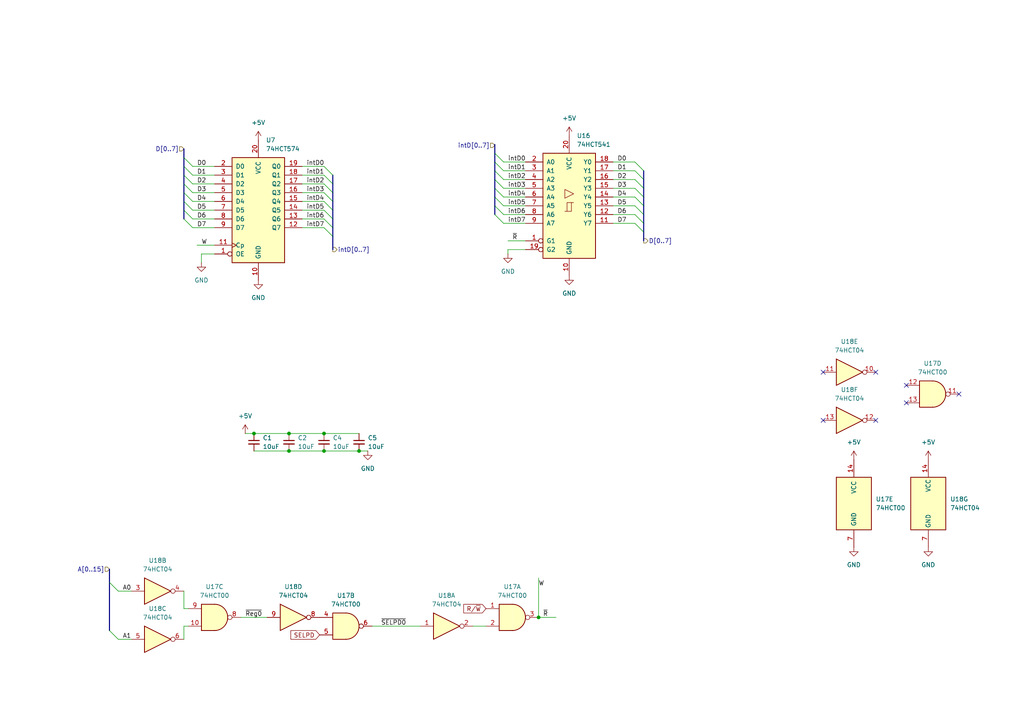
<source format=kicad_sch>
(kicad_sch (version 20231120) (generator "eeschema") (generator_version "8.0")
  (paper "A4")
  (title_block (title "HD6309 Homebrew SBC") (date "2024-04-11") (rev "2.0"))
  (lib_symbols
    (symbol "74xx:74HCT00" (pin_names (offset 1.016))
      (property "Reference" "U" (at 0 1.27 0))
      (property "Value" "74HCT00" (at 0 -1.27 0))
      (symbol "74HCT00_1_1"
        (arc (start 0 -3.81) (mid 3.7934 0) (end 0 3.81) (stroke (width 0.254)) (fill (type background)))
        (polyline (pts (xy 0 3.81) (xy -3.81 3.81) (xy -3.81 -3.81) (xy 0 -3.81)) (stroke (width 0.254)) (fill (type background)))
        (pin input line (at -7.62 2.54 0) (length 3.81) (name "~") (number "1"))
        (pin input line (at -7.62 -2.54 0) (length 3.81) (name "~") (number "2"))
        (pin output inverted (at 7.62 0 180) (length 3.81) (name "~") (number "3"))
      )
      (symbol "74HCT00_1_2"
        (arc (start -3.81 -3.81) (mid -2.589 0) (end -3.81 3.81) (stroke (width 0.254)))
        (arc (start -0.6096 -3.81) (mid 2.1842 -2.5851) (end 3.81 0) (stroke (width 0.254)) (fill (type background)))
        (polyline (pts (xy -3.81 -3.81) (xy -0.635 -3.81)) (stroke (width 0.254)) (fill (type background)))
        (polyline (pts (xy -3.81 3.81) (xy -0.635 3.81)) (stroke (width 0.254)) (fill (type background)))
        (polyline (pts (xy -0.635 3.81) (xy -3.81 3.81) (xy -3.81 3.81) (xy -3.556 3.4036) (xy -3.0226 2.2606) (xy -2.6924 1.0414) (xy -2.6162 -0.254) (xy -2.7686 -1.4986) (xy -3.175 -2.7178) (xy -3.81 -3.81) (xy -3.81 -3.81) (xy -0.635 -3.81)) (stroke (width -25.4)) (fill (type background)))
        (arc (start 3.81 0) (mid 2.1915 2.5936) (end -0.6096 3.81) (stroke (width 0.254)) (fill (type background)))
        (pin input inverted (at -7.62 2.54 0) (length 4.318) (name "~") (number "1"))
        (pin input inverted (at -7.62 -2.54 0) (length 4.318) (name "~") (number "2"))
        (pin output line (at 7.62 0 180) (length 3.81) (name "~") (number "3"))
      )
      (symbol "74HCT00_2_1"
        (arc (start 0 -3.81) (mid 3.7934 0) (end 0 3.81) (stroke (width 0.254)) (fill (type background)))
        (polyline (pts (xy 0 3.81) (xy -3.81 3.81) (xy -3.81 -3.81) (xy 0 -3.81)) (stroke (width 0.254)) (fill (type background)))
        (pin input line (at -7.62 2.54 0) (length 3.81) (name "~") (number "4"))
        (pin input line (at -7.62 -2.54 0) (length 3.81) (name "~") (number "5"))
        (pin output inverted (at 7.62 0 180) (length 3.81) (name "~") (number "6"))
      )
      (symbol "74HCT00_2_2"
        (arc (start -3.81 -3.81) (mid -2.589 0) (end -3.81 3.81) (stroke (width 0.254)))
        (arc (start -0.6096 -3.81) (mid 2.1842 -2.5851) (end 3.81 0) (stroke (width 0.254)) (fill (type background)))
        (polyline (pts (xy -3.81 -3.81) (xy -0.635 -3.81)) (stroke (width 0.254)) (fill (type background)))
        (polyline (pts (xy -3.81 3.81) (xy -0.635 3.81)) (stroke (width 0.254)) (fill (type background)))
        (polyline (pts (xy -0.635 3.81) (xy -3.81 3.81) (xy -3.81 3.81) (xy -3.556 3.4036) (xy -3.0226 2.2606) (xy -2.6924 1.0414) (xy -2.6162 -0.254) (xy -2.7686 -1.4986) (xy -3.175 -2.7178) (xy -3.81 -3.81) (xy -3.81 -3.81) (xy -0.635 -3.81)) (stroke (width -25.4)) (fill (type background)))
        (arc (start 3.81 0) (mid 2.1915 2.5936) (end -0.6096 3.81) (stroke (width 0.254)) (fill (type background)))
        (pin input inverted (at -7.62 2.54 0) (length 4.318) (name "~") (number "4"))
        (pin input inverted (at -7.62 -2.54 0) (length 4.318) (name "~") (number "5"))
        (pin output line (at 7.62 0 180) (length 3.81) (name "~") (number "6"))
      )
      (symbol "74HCT00_3_1"
        (arc (start 0 -3.81) (mid 3.7934 0) (end 0 3.81) (stroke (width 0.254)) (fill (type background)))
        (polyline (pts (xy 0 3.81) (xy -3.81 3.81) (xy -3.81 -3.81) (xy 0 -3.81)) (stroke (width 0.254)) (fill (type background)))
        (pin input line (at -7.62 -2.54 0) (length 3.81) (name "~") (number "10"))
        (pin output inverted (at 7.62 0 180) (length 3.81) (name "~") (number "8"))
        (pin input line (at -7.62 2.54 0) (length 3.81) (name "~") (number "9"))
      )
      (symbol "74HCT00_3_2"
        (arc (start -3.81 -3.81) (mid -2.589 0) (end -3.81 3.81) (stroke (width 0.254)))
        (arc (start -0.6096 -3.81) (mid 2.1842 -2.5851) (end 3.81 0) (stroke (width 0.254)) (fill (type background)))
        (polyline (pts (xy -3.81 -3.81) (xy -0.635 -3.81)) (stroke (width 0.254)) (fill (type background)))
        (polyline (pts (xy -3.81 3.81) (xy -0.635 3.81)) (stroke (width 0.254)) (fill (type background)))
        (polyline (pts (xy -0.635 3.81) (xy -3.81 3.81) (xy -3.81 3.81) (xy -3.556 3.4036) (xy -3.0226 2.2606) (xy -2.6924 1.0414) (xy -2.6162 -0.254) (xy -2.7686 -1.4986) (xy -3.175 -2.7178) (xy -3.81 -3.81) (xy -3.81 -3.81) (xy -0.635 -3.81)) (stroke (width -25.4)) (fill (type background)))
        (arc (start 3.81 0) (mid 2.1915 2.5936) (end -0.6096 3.81) (stroke (width 0.254)) (fill (type background)))
        (pin input inverted (at -7.62 -2.54 0) (length 4.318) (name "~") (number "10"))
        (pin output line (at 7.62 0 180) (length 3.81) (name "~") (number "8"))
        (pin input inverted (at -7.62 2.54 0) (length 4.318) (name "~") (number "9"))
      )
      (symbol "74HCT00_4_1"
        (arc (start 0 -3.81) (mid 3.7934 0) (end 0 3.81) (stroke (width 0.254)) (fill (type background)))
        (polyline (pts (xy 0 3.81) (xy -3.81 3.81) (xy -3.81 -3.81) (xy 0 -3.81)) (stroke (width 0.254)) (fill (type background)))
        (pin output inverted (at 7.62 0 180) (length 3.81) (name "~") (number "11"))
        (pin input line (at -7.62 2.54 0) (length 3.81) (name "~") (number "12"))
        (pin input line (at -7.62 -2.54 0) (length 3.81) (name "~") (number "13"))
      )
      (symbol "74HCT00_4_2"
        (arc (start -3.81 -3.81) (mid -2.589 0) (end -3.81 3.81) (stroke (width 0.254)))
        (arc (start -0.6096 -3.81) (mid 2.1842 -2.5851) (end 3.81 0) (stroke (width 0.254)) (fill (type background)))
        (polyline (pts (xy -3.81 -3.81) (xy -0.635 -3.81)) (stroke (width 0.254)) (fill (type background)))
        (polyline (pts (xy -3.81 3.81) (xy -0.635 3.81)) (stroke (width 0.254)) (fill (type background)))
        (polyline (pts (xy -0.635 3.81) (xy -3.81 3.81) (xy -3.81 3.81) (xy -3.556 3.4036) (xy -3.0226 2.2606) (xy -2.6924 1.0414) (xy -2.6162 -0.254) (xy -2.7686 -1.4986) (xy -3.175 -2.7178) (xy -3.81 -3.81) (xy -3.81 -3.81) (xy -0.635 -3.81)) (stroke (width -25.4)) (fill (type background)))
        (arc (start 3.81 0) (mid 2.1915 2.5936) (end -0.6096 3.81) (stroke (width 0.254)) (fill (type background)))
        (pin output line (at 7.62 0 180) (length 3.81) (name "~") (number "11"))
        (pin input inverted (at -7.62 2.54 0) (length 4.318) (name "~") (number "12"))
        (pin input inverted (at -7.62 -2.54 0) (length 4.318) (name "~") (number "13"))
      )
      (symbol "74HCT00_5_0"
        (pin power_in line (at 0 12.7 270) (length 5.08) (name "VCC") (number "14"))
        (pin power_in line (at 0 -12.7 90) (length 5.08) (name "GND") (number "7"))
      )
      (symbol "74HCT00_5_1"
        (rectangle (start -5.08 7.62) (end 5.08 -7.62) (stroke (width 0.254)) (fill (type background)))
      )
    )
    (symbol "74xx:74HCT04"
      (property "Reference" "U" (at 0 1.27 0))
      (property "Value" "74HCT04" (at 0 -1.27 0))
      (symbol "74HCT04_1_0"
        (polyline (pts (xy -3.81 3.81) (xy -3.81 -3.81) (xy 3.81 0) (xy -3.81 3.81)) (stroke (width 0.254)) (fill (type background)))
        (pin input line (at -7.62 0 0) (length 3.81) (name "~") (number "1"))
        (pin output inverted (at 7.62 0 180) (length 3.81) (name "~") (number "2"))
      )
      (symbol "74HCT04_2_0"
        (polyline (pts (xy -3.81 3.81) (xy -3.81 -3.81) (xy 3.81 0) (xy -3.81 3.81)) (stroke (width 0.254)) (fill (type background)))
        (pin input line (at -7.62 0 0) (length 3.81) (name "~") (number "3"))
        (pin output inverted (at 7.62 0 180) (length 3.81) (name "~") (number "4"))
      )
      (symbol "74HCT04_3_0"
        (polyline (pts (xy -3.81 3.81) (xy -3.81 -3.81) (xy 3.81 0) (xy -3.81 3.81)) (stroke (width 0.254)) (fill (type background)))
        (pin input line (at -7.62 0 0) (length 3.81) (name "~") (number "5"))
        (pin output inverted (at 7.62 0 180) (length 3.81) (name "~") (number "6"))
      )
      (symbol "74HCT04_4_0"
        (polyline (pts (xy -3.81 3.81) (xy -3.81 -3.81) (xy 3.81 0) (xy -3.81 3.81)) (stroke (width 0.254)) (fill (type background)))
        (pin output inverted (at 7.62 0 180) (length 3.81) (name "~") (number "8"))
        (pin input line (at -7.62 0 0) (length 3.81) (name "~") (number "9"))
      )
      (symbol "74HCT04_5_0"
        (polyline (pts (xy -3.81 3.81) (xy -3.81 -3.81) (xy 3.81 0) (xy -3.81 3.81)) (stroke (width 0.254)) (fill (type background)))
        (pin output inverted (at 7.62 0 180) (length 3.81) (name "~") (number "10"))
        (pin input line (at -7.62 0 0) (length 3.81) (name "~") (number "11"))
      )
      (symbol "74HCT04_6_0"
        (polyline (pts (xy -3.81 3.81) (xy -3.81 -3.81) (xy 3.81 0) (xy -3.81 3.81)) (stroke (width 0.254)) (fill (type background)))
        (pin output inverted (at 7.62 0 180) (length 3.81) (name "~") (number "12"))
        (pin input line (at -7.62 0 0) (length 3.81) (name "~") (number "13"))
      )
      (symbol "74HCT04_7_0"
        (pin power_in line (at 0 12.7 270) (length 5.08) (name "VCC") (number "14"))
        (pin power_in line (at 0 -12.7 90) (length 5.08) (name "GND") (number "7"))
      )
      (symbol "74HCT04_7_1"
        (rectangle (start -5.08 7.62) (end 5.08 -7.62) (stroke (width 0.254)) (fill (type background)))
      )
    )
    (symbol "74xx:74LS541" (pin_names (offset 1.016))
      (property "Reference" "U" (at -7.62 16.51 0))
      (property "Value" "74LS541" (at -7.62 -16.51 0))
      (symbol "74LS541_1_0"
        (polyline (pts (xy -0.635 -1.6002) (xy -0.635 0.9398) (xy 0.635 0.9398)))
        (polyline (pts (xy -1.27 -1.6002) (xy 0.635 -1.6002) (xy 0.635 0.9398) (xy 1.27 0.9398)))
        (polyline (pts (xy 1.27 3.4798) (xy -1.27 4.7498) (xy -1.27 2.2098) (xy 1.27 3.4798)) (stroke (width 0.1524)))
        (pin input inverted (at -12.7 -10.16 0) (length 5.08) (name "G1") (number "1"))
        (pin power_in line (at 0 -20.32 90) (length 5.08) (name "GND") (number "10"))
        (pin tri_state line (at 12.7 -5.08 180) (length 5.08) (name "Y7") (number "11"))
        (pin tri_state line (at 12.7 -2.54 180) (length 5.08) (name "Y6") (number "12"))
        (pin tri_state line (at 12.7 0 180) (length 5.08) (name "Y5") (number "13"))
        (pin tri_state line (at 12.7 2.54 180) (length 5.08) (name "Y4") (number "14"))
        (pin tri_state line (at 12.7 5.08 180) (length 5.08) (name "Y3") (number "15"))
        (pin tri_state line (at 12.7 7.62 180) (length 5.08) (name "Y2") (number "16"))
        (pin tri_state line (at 12.7 10.16 180) (length 5.08) (name "Y1") (number "17"))
        (pin tri_state line (at 12.7 12.7 180) (length 5.08) (name "Y0") (number "18"))
        (pin input inverted (at -12.7 -12.7 0) (length 5.08) (name "G2") (number "19"))
        (pin input line (at -12.7 12.7 0) (length 5.08) (name "A0") (number "2"))
        (pin power_in line (at 0 20.32 270) (length 5.08) (name "VCC") (number "20"))
        (pin input line (at -12.7 10.16 0) (length 5.08) (name "A1") (number "3"))
        (pin input line (at -12.7 7.62 0) (length 5.08) (name "A2") (number "4"))
        (pin input line (at -12.7 5.08 0) (length 5.08) (name "A3") (number "5"))
        (pin input line (at -12.7 2.54 0) (length 5.08) (name "A4") (number "6"))
        (pin input line (at -12.7 0 0) (length 5.08) (name "A5") (number "7"))
        (pin input line (at -12.7 -2.54 0) (length 5.08) (name "A6") (number "8"))
        (pin input line (at -12.7 -5.08 0) (length 5.08) (name "A7") (number "9"))
      )
      (symbol "74LS541_1_1"
        (rectangle (start -7.62 15.24) (end 7.62 -15.24) (stroke (width 0.254)) (fill (type background)))
      )
    )
    (symbol "74xx:74LS574" (pin_names (offset 1.016))
      (property "Reference" "U" (at -7.62 16.51 0))
      (property "Value" "74LS574" (at -7.62 -16.51 0))
      (symbol "74LS574_1_0"
        (pin input inverted (at -12.7 -12.7 0) (length 5.08) (name "OE") (number "1"))
        (pin power_in line (at 0 -20.32 90) (length 5.08) (name "GND") (number "10"))
        (pin input clock (at -12.7 -10.16 0) (length 5.08) (name "Cp") (number "11"))
        (pin tri_state line (at 12.7 -5.08 180) (length 5.08) (name "Q7") (number "12"))
        (pin tri_state line (at 12.7 -2.54 180) (length 5.08) (name "Q6") (number "13"))
        (pin tri_state line (at 12.7 0 180) (length 5.08) (name "Q5") (number "14"))
        (pin tri_state line (at 12.7 2.54 180) (length 5.08) (name "Q4") (number "15"))
        (pin tri_state line (at 12.7 5.08 180) (length 5.08) (name "Q3") (number "16"))
        (pin tri_state line (at 12.7 7.62 180) (length 5.08) (name "Q2") (number "17"))
        (pin tri_state line (at 12.7 10.16 180) (length 5.08) (name "Q1") (number "18"))
        (pin tri_state line (at 12.7 12.7 180) (length 5.08) (name "Q0") (number "19"))
        (pin input line (at -12.7 12.7 0) (length 5.08) (name "D0") (number "2"))
        (pin power_in line (at 0 20.32 270) (length 5.08) (name "VCC") (number "20"))
        (pin input line (at -12.7 10.16 0) (length 5.08) (name "D1") (number "3"))
        (pin input line (at -12.7 7.62 0) (length 5.08) (name "D2") (number "4"))
        (pin input line (at -12.7 5.08 0) (length 5.08) (name "D3") (number "5"))
        (pin input line (at -12.7 2.54 0) (length 5.08) (name "D4") (number "6"))
        (pin input line (at -12.7 0 0) (length 5.08) (name "D5") (number "7"))
        (pin input line (at -12.7 -2.54 0) (length 5.08) (name "D6") (number "8"))
        (pin input line (at -12.7 -5.08 0) (length 5.08) (name "D7") (number "9"))
      )
      (symbol "74LS574_1_1"
        (rectangle (start -7.62 15.24) (end 7.62 -15.24) (stroke (width 0.254)) (fill (type background)))
      )
    )
    (symbol "Device:C_Small" (pin_numbers hide) (pin_names (offset 0.254) hide)
      (property "Reference" "C" (at 0.254 1.778 0))
      (property "Value" "C_Small" (at 0.254 -2.032 0))
      (symbol "C_Small_0_1"
        (polyline (pts (xy -1.524 -0.508) (xy 1.524 -0.508)) (stroke (width 0.3302)))
        (polyline (pts (xy -1.524 0.508) (xy 1.524 0.508)) (stroke (width 0.3048)))
      )
      (symbol "C_Small_1_1"
        (pin passive line (at 0 2.54 270) (length 2.032) (name "~") (number "1"))
        (pin passive line (at 0 -2.54 90) (length 2.032) (name "~") (number "2"))
      )
    )
    (symbol "power:+5V" (power) (pin_numbers hide) (pin_names (offset 0) hide)
      (property "Value" "+5V" (at 0 3.556 0))
      (symbol "+5V_0_1"
        (polyline (pts (xy -0.762 1.27) (xy 0 2.54)))
        (polyline (pts (xy 0 0) (xy 0 2.54)))
        (polyline (pts (xy 0 2.54) (xy 0.762 1.27)))
      )
      (symbol "+5V_1_1"
        (pin power_in line (at 0 0 90) (length 0) (name "~") (number "1"))
      )
    )
    (symbol "power:GND" (power) (pin_numbers hide) (pin_names (offset 0) hide)
      (property "Value" "GND" (at 0 -3.81 0))
      (symbol "GND_0_1"
        (polyline (pts (xy 0 0) (xy 0 -1.27) (xy 1.27 -1.27) (xy 0 -2.54) (xy -1.27 -1.27) (xy 0 -1.27)))
      )
      (symbol "GND_1_1"
        (pin power_in line (at 0 0 270) (length 0) (name "~") (number "1"))
      )
    )
  )
  (junction (at 93.98 125.73))
  (junction (at 93.98 130.81))
  (junction (at 73.66 125.73))
  (junction (at 156.21 179.07))
  (junction (at 83.82 130.81))
  (junction (at 104.14 130.81))
  (junction (at 83.82 125.73))
  (no_connect (at 238.76 107.95))
  (no_connect (at 254 121.92))
  (no_connect (at 262.89 111.76))
  (no_connect (at 262.89 116.84))
  (no_connect (at 238.76 121.92))
  (no_connect (at 254 107.95))
  (no_connect (at 278.13 114.3))
  (bus_entry (at 146.05 52.07) (size -2.54 -2.54))
  (bus_entry (at 146.05 57.15) (size -2.54 -2.54))
  (bus_entry (at 184.15 64.77) (size 2.54 2.54))
  (bus_entry (at 93.98 60.96) (size 2.54 2.54))
  (bus_entry (at 146.05 49.53) (size -2.54 -2.54))
  (bus_entry (at 93.98 48.26) (size 2.54 2.54))
  (bus_entry (at 146.05 46.99) (size -2.54 -2.54))
  (bus_entry (at 184.15 59.69) (size 2.54 2.54))
  (bus_entry (at 55.88 66.04) (size -2.54 -2.54))
  (bus_entry (at 55.88 60.96) (size -2.54 -2.54))
  (bus_entry (at 146.05 64.77) (size -2.54 -2.54))
  (bus_entry (at 55.88 50.8) (size -2.54 -2.54))
  (bus_entry (at 93.98 53.34) (size 2.54 2.54))
  (bus_entry (at 184.15 49.53) (size 2.54 2.54))
  (bus_entry (at 146.05 59.69) (size -2.54 -2.54))
  (bus_entry (at 55.88 63.5) (size -2.54 -2.54))
  (bus_entry (at 93.98 55.88) (size 2.54 2.54))
  (bus_entry (at 93.98 58.42) (size 2.54 2.54))
  (bus_entry (at 184.15 52.07) (size 2.54 2.54))
  (bus_entry (at 146.05 62.23) (size -2.54 -2.54))
  (bus_entry (at 184.15 46.99) (size 2.54 2.54))
  (bus_entry (at 31.75 182.88) (size 2.54 2.54))
  (bus_entry (at 55.88 55.88) (size -2.54 -2.54))
  (bus_entry (at 184.15 57.15) (size 2.54 2.54))
  (bus_entry (at 146.05 54.61) (size -2.54 -2.54))
  (bus_entry (at 184.15 62.23) (size 2.54 2.54))
  (bus_entry (at 93.98 66.04) (size 2.54 2.54))
  (bus_entry (at 31.75 168.91) (size 2.54 2.54))
  (bus_entry (at 55.88 53.34) (size -2.54 -2.54))
  (bus_entry (at 184.15 54.61) (size 2.54 2.54))
  (bus_entry (at 93.98 63.5) (size 2.54 2.54))
  (bus_entry (at 55.88 48.26) (size -2.54 -2.54))
  (bus_entry (at 93.98 50.8) (size 2.54 2.54))
  (bus_entry (at 55.88 58.42) (size -2.54 -2.54))
  (wire (pts (xy 62.23 66.04) (xy 55.88 66.04)))
  (wire (pts (xy 152.4 72.39) (xy 147.32 72.39)))
  (wire (pts (xy 156.21 179.07) (xy 161.29 179.07)))
  (wire (pts (xy 62.23 48.26) (xy 55.88 48.26)))
  (wire (pts (xy 93.98 125.73) (xy 104.14 125.73)))
  (bus (pts (xy 96.52 50.8) (xy 96.52 53.34)))
  (wire (pts (xy 87.63 48.26) (xy 93.98 48.26)))
  (bus (pts (xy 143.51 49.53) (xy 143.51 52.07)))
  (wire (pts (xy 87.63 55.88) (xy 93.98 55.88)))
  (wire (pts (xy 177.8 62.23) (xy 184.15 62.23)))
  (wire (pts (xy 147.32 72.39) (xy 147.32 73.66)))
  (bus (pts (xy 143.51 41.91) (xy 143.51 44.45)))
  (wire (pts (xy 93.98 130.81) (xy 104.14 130.81)))
  (wire (pts (xy 87.63 60.96) (xy 93.98 60.96)))
  (wire (pts (xy 62.23 73.66) (xy 58.42 73.66)))
  (wire (pts (xy 73.66 130.81) (xy 83.82 130.81)))
  (bus (pts (xy 53.34 48.26) (xy 53.34 50.8)))
  (bus (pts (xy 53.34 45.72) (xy 53.34 48.26)))
  (wire (pts (xy 152.4 64.77) (xy 146.05 64.77)))
  (bus (pts (xy 53.34 60.96) (xy 53.34 63.5)))
  (wire (pts (xy 152.4 59.69) (xy 146.05 59.69)))
  (bus (pts (xy 53.34 43.18) (xy 53.34 45.72)))
  (wire (pts (xy 71.12 125.73) (xy 73.66 125.73)))
  (wire (pts (xy 107.95 181.61) (xy 121.92 181.61)))
  (wire (pts (xy 152.4 49.53) (xy 146.05 49.53)))
  (wire (pts (xy 83.82 130.81) (xy 93.98 130.81)))
  (bus (pts (xy 143.51 59.69) (xy 143.51 62.23)))
  (wire (pts (xy 87.63 66.04) (xy 93.98 66.04)))
  (bus (pts (xy 186.69 64.77) (xy 186.69 67.31)))
  (wire (pts (xy 62.23 53.34) (xy 55.88 53.34)))
  (wire (pts (xy 53.34 185.42) (xy 53.34 181.61)))
  (bus (pts (xy 186.69 59.69) (xy 186.69 62.23)))
  (wire (pts (xy 62.23 60.96) (xy 55.88 60.96)))
  (wire (pts (xy 137.16 181.61) (xy 140.97 181.61)))
  (wire (pts (xy 87.63 63.5) (xy 93.98 63.5)))
  (bus (pts (xy 143.51 44.45) (xy 143.51 46.99)))
  (wire (pts (xy 53.34 176.53) (xy 54.61 176.53)))
  (wire (pts (xy 87.63 58.42) (xy 93.98 58.42)))
  (wire (pts (xy 152.4 62.23) (xy 146.05 62.23)))
  (wire (pts (xy 152.4 46.99) (xy 146.05 46.99)))
  (wire (pts (xy 152.4 54.61) (xy 146.05 54.61)))
  (wire (pts (xy 87.63 53.34) (xy 93.98 53.34)))
  (bus (pts (xy 186.69 57.15) (xy 186.69 59.69)))
  (bus (pts (xy 53.34 58.42) (xy 53.34 60.96)))
  (wire (pts (xy 104.14 130.81) (xy 106.68 130.81)))
  (bus (pts (xy 53.34 55.88) (xy 53.34 58.42)))
  (wire (pts (xy 58.42 73.66) (xy 58.42 76.2)))
  (bus (pts (xy 53.34 50.8) (xy 53.34 53.34)))
  (wire (pts (xy 177.8 49.53) (xy 184.15 49.53)))
  (wire (pts (xy 152.4 57.15) (xy 146.05 57.15)))
  (bus (pts (xy 96.52 58.42) (xy 96.52 60.96)))
  (bus (pts (xy 96.52 66.04) (xy 96.52 68.58)))
  (bus (pts (xy 186.69 52.07) (xy 186.69 54.61)))
  (bus (pts (xy 186.69 54.61) (xy 186.69 57.15)))
  (bus (pts (xy 143.51 52.07) (xy 143.51 54.61)))
  (bus (pts (xy 96.52 60.96) (xy 96.52 63.5)))
  (bus (pts (xy 96.52 63.5) (xy 96.52 66.04)))
  (wire (pts (xy 34.29 185.42) (xy 38.1 185.42)))
  (wire (pts (xy 69.85 179.07) (xy 77.47 179.07)))
  (wire (pts (xy 147.32 69.85) (xy 152.4 69.85)))
  (bus (pts (xy 186.69 67.31) (xy 186.69 69.85)))
  (bus (pts (xy 31.75 165.1) (xy 31.75 168.91)))
  (bus (pts (xy 143.51 46.99) (xy 143.51 49.53)))
  (wire (pts (xy 34.29 171.45) (xy 38.1 171.45)))
  (wire (pts (xy 53.34 181.61) (xy 54.61 181.61)))
  (wire (pts (xy 177.8 59.69) (xy 184.15 59.69)))
  (wire (pts (xy 62.23 50.8) (xy 55.88 50.8)))
  (wire (pts (xy 87.63 50.8) (xy 93.98 50.8)))
  (wire (pts (xy 83.82 125.73) (xy 93.98 125.73)))
  (bus (pts (xy 96.52 53.34) (xy 96.52 55.88)))
  (wire (pts (xy 177.8 57.15) (xy 184.15 57.15)))
  (wire (pts (xy 177.8 64.77) (xy 184.15 64.77)))
  (bus (pts (xy 143.51 54.61) (xy 143.51 57.15)))
  (bus (pts (xy 143.51 57.15) (xy 143.51 59.69)))
  (bus (pts (xy 186.69 62.23) (xy 186.69 64.77)))
  (wire (pts (xy 177.8 46.99) (xy 184.15 46.99)))
  (wire (pts (xy 177.8 52.07) (xy 184.15 52.07)))
  (wire (pts (xy 152.4 52.07) (xy 146.05 52.07)))
  (bus (pts (xy 96.52 55.88) (xy 96.52 58.42)))
  (wire (pts (xy 156.21 167.64) (xy 156.21 179.07)))
  (wire (pts (xy 62.23 58.42) (xy 55.88 58.42)))
  (wire (pts (xy 73.66 125.73) (xy 83.82 125.73)))
  (bus (pts (xy 53.34 53.34) (xy 53.34 55.88)))
  (wire (pts (xy 177.8 54.61) (xy 184.15 54.61)))
  (wire (pts (xy 53.34 171.45) (xy 53.34 176.53)))
  (bus (pts (xy 96.52 68.58) (xy 96.52 72.39)))
  (bus (pts (xy 31.75 168.91) (xy 31.75 182.88)))
  (wire (pts (xy 62.23 55.88) (xy 55.88 55.88)))
  (wire (pts (xy 57.15 71.12) (xy 62.23 71.12)))
  (wire (pts (xy 62.23 63.5) (xy 55.88 63.5)))
  (bus (pts (xy 186.69 49.53) (xy 186.69 52.07)))
  (label "D2" (at 179.07 52.07 0))
  (label "W" (at 58.42 71.12 0))
  (label "intD5" (at 88.9 60.96 0))
  (label "D7" (at 179.07 64.77 0))
  (label "D1" (at 57.15 50.8 0))
  (label "D5" (at 179.07 59.69 0))
  (label "intD5" (at 147.32 59.69 0))
  (label "D0" (at 57.15 48.26 0))
  (label "~{Reg0}" (at 71.12 179.07 0))
  (label "D3" (at 57.15 55.88 0))
  (label "intD2" (at 147.32 52.07 0))
  (label "intD0" (at 88.9 48.26 0))
  (label "intD7" (at 147.32 64.77 0))
  (label "D0" (at 179.07 46.99 0))
  (label "~{R}" (at 148.59 69.85 0))
  (label "A0" (at 35.56 171.45 0))
  (label "D4" (at 57.15 58.42 0))
  (label "D5" (at 57.15 60.96 0))
  (label "D6" (at 57.15 63.5 0))
  (label "intD3" (at 147.32 54.61 0))
  (label "intD4" (at 147.32 57.15 0))
  (label "D3" (at 179.07 54.61 0))
  (label "intD3" (at 88.9 55.88 0))
  (label "D1" (at 179.07 49.53 0))
  (label "intD2" (at 88.9 53.34 0))
  (label "W" (at 156.21 170.18 0))
  (label "intD1" (at 88.9 50.8 0))
  (label "D4" (at 179.07 57.15 0))
  (label "intD6" (at 88.9 63.5 0))
  (label "D6" (at 179.07 62.23 0))
  (label "intD1" (at 147.32 49.53 0))
  (label "intD0" (at 147.32 46.99 0))
  (label "intD4" (at 88.9 58.42 0))
  (label "D7" (at 57.15 66.04 0))
  (label "intD6" (at 147.32 62.23 0))
  (label "D2" (at 57.15 53.34 0))
  (label "~{SELPD0}" (at 110.49 181.61 0))
  (label "~{R}" (at 157.48 179.07 0))
  (label "intD7" (at 88.9 66.04 0))
  (label "A1" (at 35.56 185.42 0))
  (global_label "R{slash}~{W}" (shape input) (at 140.97 176.53 180) (property "Intersheetrefs" "${INTERSHEET_REFS}" (effects (hide yes))))
  (global_label "SELPD" (shape input) (at 92.71 184.15 180) (property "Intersheetrefs" "${INTERSHEET_REFS}" (effects (hide yes))))
  (hierarchical_label "D[0..7]" (shape input) (at 53.34 43.18 180))
  (hierarchical_label "intD[0..7]" (shape input) (at 143.51 42.1575 180))
  (hierarchical_label "D[0..7]" (shape output) (at 186.69 69.85 0))
  (hierarchical_label "intD[0..7]" (shape output) (at 96.52 72.39 0))
  (hierarchical_label "A[0..15]" (shape input) (at 31.75 165.1 180))
  (symbol (lib_id "power:GND") (at 58.42 76.2 0) (unit 1)
    (property "Reference" "#PWR042" (effects (hide yes)))
    (property "Value" "GND" (at 58.42 81.28 0))
    (property "Description" "Power symbol creates a global label with name \"GND\" , ground" (effects (hide yes)))
  )
  (symbol (lib_id "74xx:74HCT00") (at 270.51 114.3 0) (unit 4)
    (property "Reference" "U17" (at 270.5017 105.41 0))
    (property "Value" "74HCT00" (at 270.5017 107.95 0))
    (property "Footprint" "Package_SO:SOIC-14_3.9x8.7mm_P1.27mm" (effects (hide yes)))
    (property "Datasheet" "http://www.ti.com/lit/gpn/sn74hct00" (effects (hide yes)))
    (property "Description" "quad 2-input NAND gate" (effects (hide yes)))
  )
  (symbol (lib_id "74xx:74HCT04") (at 45.72 185.42 0) (unit 3)
    (property "Reference" "U18" (at 45.72 176.53 0))
    (property "Value" "74HCT04" (at 45.72 179.07 0))
    (property "Footprint" "Package_SO:SOIC-14_3.9x8.7mm_P1.27mm" (effects (hide yes)))
    (property "Datasheet" "https://assets.nexperia.com/documents/data-sheet/74HC_HCT04.pdf" (effects (hide yes)))
    (property "Description" "Hex Inverter" (effects (hide yes)))
  )
  (symbol (lib_id "74xx:74HCT04") (at 246.38 107.95 0) (unit 5)
    (property "Reference" "U18" (at 246.38 99.06 0))
    (property "Value" "74HCT04" (at 246.38 101.6 0))
    (property "Footprint" "Package_SO:SOIC-14_3.9x8.7mm_P1.27mm" (effects (hide yes)))
    (property "Datasheet" "https://assets.nexperia.com/documents/data-sheet/74HC_HCT04.pdf" (effects (hide yes)))
    (property "Description" "Hex Inverter" (effects (hide yes)))
  )
  (symbol (lib_id "power:GND") (at 247.65 158.75 0) (unit 1)
    (property "Reference" "#PWR046" (effects (hide yes)))
    (property "Value" "GND" (at 247.65 163.83 0))
    (property "Description" "Power symbol creates a global label with name \"GND\" , ground" (effects (hide yes)))
  )
  (symbol (lib_id "Device:C_Small") (at 83.82 128.27 0) (unit 1)
    (property "Reference" "C2" (at 86.36 127.0062 0) (effects (justify left)))
    (property "Value" "10uF" (at 86.36 129.5462 0) (effects (justify left)))
    (property "Footprint" "Capacitor_SMD:C_0805_2012Metric_Pad1.18x1.45mm_HandSolder" (effects (hide yes)))
    (property "Description" "Unpolarized capacitor, small symbol" (effects (hide yes)))
  )
  (symbol (lib_id "power:+5V") (at 247.65 133.35 0) (unit 1)
    (property "Reference" "#PWR045" (effects (hide yes)))
    (property "Value" "+5V" (at 247.65 128.27 0))
    (property "Description" "Power symbol creates a global label with name \"+5V\"" (effects (hide yes)))
  )
  (symbol (lib_id "power:GND") (at 165.1 80.01 0) (unit 1)
    (property "Reference" "#PWR040" (effects (hide yes)))
    (property "Value" "GND" (at 165.1 85.09 0))
    (property "Description" "Power symbol creates a global label with name \"GND\" , ground" (effects (hide yes)))
  )
  (symbol (lib_id "74xx:74HCT00") (at 100.33 181.61 0) (unit 2)
    (property "Reference" "U17" (at 100.3217 172.72 0))
    (property "Value" "74HCT00" (at 100.3217 175.26 0))
    (property "Footprint" "Package_SO:SOIC-14_3.9x8.7mm_P1.27mm" (effects (hide yes)))
    (property "Datasheet" "http://www.ti.com/lit/gpn/sn74hct00" (effects (hide yes)))
    (property "Description" "quad 2-input NAND gate" (effects (hide yes)))
  )
  (symbol (lib_id "74xx:74LS574") (at 74.93 60.96 0) (unit 1)
    (property "Reference" "U7" (at 77.1241 40.64 0) (effects (justify left)))
    (property "Value" "74HCT574" (at 77.1241 43.18 0) (effects (justify left)))
    (property "Footprint" "Package_SO:SOIC-20W_7.5x12.8mm_P1.27mm" (effects (hide yes)))
    (property "Datasheet" "http://www.ti.com/lit/gpn/sn74LS574" (effects (hide yes)))
    (property "Description" "8-bit Register, 3-state outputs" (effects (hide yes)))
    (property "DigiKey" "296-14871-1-ND" (effects (hide yes)))
  )
  (symbol (lib_id "74xx:74LS541") (at 165.1 59.69 0) (unit 1)
    (property "Reference" "U16" (at 167.2941 39.37 0) (effects (justify left)))
    (property "Value" "74HCT541" (at 167.2941 41.91 0) (effects (justify left)))
    (property "Footprint" "Package_SO:SOIC-20W_7.5x12.8mm_P1.27mm" (effects (hide yes)))
    (property "Datasheet" "http://www.ti.com/lit/gpn/sn74LS541" (effects (hide yes)))
    (property "Description" "8-bit Buffer/Line Driver 3-state outputs" (effects (hide yes)))
    (property "DigiKey" "74HCT541DCT-ND" (effects (hide yes)))
  )
  (symbol (lib_id "power:GND") (at 74.93 81.28 0) (unit 1)
    (property "Reference" "#PWR041" (effects (hide yes)))
    (property "Value" "GND" (at 74.93 86.36 0))
    (property "Description" "Power symbol creates a global label with name \"GND\" , ground" (effects (hide yes)))
  )
  (symbol (lib_id "Device:C_Small") (at 73.66 128.27 0) (unit 1)
    (property "Reference" "C1" (at 76.2 127.0062 0) (effects (justify left)))
    (property "Value" "10uF" (at 76.2 129.5462 0) (effects (justify left)))
    (property "Footprint" "Capacitor_SMD:C_0805_2012Metric_Pad1.18x1.45mm_HandSolder" (effects (hide yes)))
    (property "Description" "Unpolarized capacitor, small symbol" (effects (hide yes)))
  )
  (symbol (lib_id "74xx:74HCT04") (at 246.38 121.92 0) (unit 6)
    (property "Reference" "U18" (at 246.38 113.03 0))
    (property "Value" "74HCT04" (at 246.38 115.57 0))
    (property "Footprint" "Package_SO:SOIC-14_3.9x8.7mm_P1.27mm" (effects (hide yes)))
    (property "Datasheet" "https://assets.nexperia.com/documents/data-sheet/74HC_HCT04.pdf" (effects (hide yes)))
    (property "Description" "Hex Inverter" (effects (hide yes)))
  )
  (symbol (lib_id "74xx:74HCT04") (at 85.09 179.07 0) (unit 4)
    (property "Reference" "U18" (at 85.09 170.18 0))
    (property "Value" "74HCT04" (at 85.09 172.72 0))
    (property "Footprint" "Package_SO:SOIC-14_3.9x8.7mm_P1.27mm" (effects (hide yes)))
    (property "Datasheet" "https://assets.nexperia.com/documents/data-sheet/74HC_HCT04.pdf" (effects (hide yes)))
    (property "Description" "Hex Inverter" (effects (hide yes)))
  )
  (symbol (lib_id "power:GND") (at 269.24 158.75 0) (unit 1)
    (property "Reference" "#PWR048" (effects (hide yes)))
    (property "Value" "GND" (at 269.24 163.83 0))
    (property "Description" "Power symbol creates a global label with name \"GND\" , ground" (effects (hide yes)))
  )
  (symbol (lib_id "power:GND") (at 147.32 73.66 0) (unit 1)
    (property "Reference" "#PWR06" (effects (hide yes)))
    (property "Value" "GND" (at 147.32 78.74 0))
    (property "Description" "Power symbol creates a global label with name \"GND\" , ground" (effects (hide yes)))
  )
  (symbol (lib_id "power:+5V") (at 71.12 125.73 0) (unit 1)
    (property "Reference" "#PWR05" (effects (hide yes)))
    (property "Value" "+5V" (at 71.12 120.65 0))
    (property "Description" "Power symbol creates a global label with name \"+5V\"" (effects (hide yes)))
  )
  (symbol (lib_id "power:+5V") (at 74.93 40.64 0) (unit 1)
    (property "Reference" "#PWR043" (effects (hide yes)))
    (property "Value" "+5V" (at 74.93 35.56 0))
    (property "Description" "Power symbol creates a global label with name \"+5V\"" (effects (hide yes)))
  )
  (symbol (lib_id "74xx:74HCT04") (at 269.24 146.05 0) (unit 7)
    (property "Reference" "U18" (at 275.59 144.7799 0) (effects (justify left)))
    (property "Value" "74HCT04" (at 275.59 147.3199 0) (effects (justify left)))
    (property "Footprint" "Package_SO:SOIC-14_3.9x8.7mm_P1.27mm" (effects (hide yes)))
    (property "Datasheet" "https://assets.nexperia.com/documents/data-sheet/74HC_HCT04.pdf" (effects (hide yes)))
    (property "Description" "Hex Inverter" (effects (hide yes)))
  )
  (symbol (lib_id "Device:C_Small") (at 93.98 128.27 0) (unit 1)
    (property "Reference" "C4" (at 96.52 127.0062 0) (effects (justify left)))
    (property "Value" "10uF" (at 96.52 129.5462 0) (effects (justify left)))
    (property "Footprint" "Capacitor_SMD:C_0805_2012Metric_Pad1.18x1.45mm_HandSolder" (effects (hide yes)))
    (property "Description" "Unpolarized capacitor, small symbol" (effects (hide yes)))
  )
  (symbol (lib_id "74xx:74HCT00") (at 247.65 146.05 0) (unit 5)
    (property "Reference" "U17" (at 254 144.7799 0) (effects (justify left)))
    (property "Value" "74HCT00" (at 254 147.3199 0) (effects (justify left)))
    (property "Footprint" "Package_SO:SOIC-14_3.9x8.7mm_P1.27mm" (effects (hide yes)))
    (property "Datasheet" "http://www.ti.com/lit/gpn/sn74hct00" (effects (hide yes)))
    (property "Description" "quad 2-input NAND gate" (effects (hide yes)))
  )
  (symbol (lib_id "power:+5V") (at 269.24 133.35 0) (unit 1)
    (property "Reference" "#PWR047" (effects (hide yes)))
    (property "Value" "+5V" (at 269.24 128.27 0))
    (property "Description" "Power symbol creates a global label with name \"+5V\"" (effects (hide yes)))
  )
  (symbol (lib_id "Device:C_Small") (at 104.14 128.27 0) (unit 1)
    (property "Reference" "C5" (at 106.68 127.0062 0) (effects (justify left)))
    (property "Value" "10uF" (at 106.68 129.5462 0) (effects (justify left)))
    (property "Footprint" "Capacitor_SMD:C_0805_2012Metric_Pad1.18x1.45mm_HandSolder" (effects (hide yes)))
    (property "Description" "Unpolarized capacitor, small symbol" (effects (hide yes)))
  )
  (symbol (lib_id "power:+5V") (at 165.1 39.37 0) (unit 1)
    (property "Reference" "#PWR044" (effects (hide yes)))
    (property "Value" "+5V" (at 165.1 34.29 0))
    (property "Description" "Power symbol creates a global label with name \"+5V\"" (effects (hide yes)))
  )
  (symbol (lib_id "power:GND") (at 106.68 130.81 0) (unit 1)
    (property "Reference" "#PWR07" (effects (hide yes)))
    (property "Value" "GND" (at 106.68 135.89 0))
    (property "Description" "Power symbol creates a global label with name \"GND\" , ground" (effects (hide yes)))
  )
  (symbol (lib_id "74xx:74HCT00") (at 148.59 179.07 0) (unit 1)
    (property "Reference" "U17" (at 148.5817 170.18 0))
    (property "Value" "74HCT00" (at 148.5817 172.72 0))
    (property "Footprint" "Package_SO:SOIC-14_3.9x8.7mm_P1.27mm" (effects (hide yes)))
    (property "Datasheet" "http://www.ti.com/lit/gpn/sn74hct00" (effects (hide yes)))
    (property "Description" "quad 2-input NAND gate" (effects (hide yes)))
  )
  (symbol (lib_id "74xx:74HCT04") (at 45.72 171.45 0) (unit 2)
    (property "Reference" "U18" (at 45.72 162.56 0))
    (property "Value" "74HCT04" (at 45.72 165.1 0))
    (property "Footprint" "Package_SO:SOIC-14_3.9x8.7mm_P1.27mm" (effects (hide yes)))
    (property "Datasheet" "https://assets.nexperia.com/documents/data-sheet/74HC_HCT04.pdf" (effects (hide yes)))
    (property "Description" "Hex Inverter" (effects (hide yes)))
  )
  (symbol (lib_id "74xx:74HCT04") (at 129.54 181.61 0) (unit 1)
    (property "Reference" "U18" (at 129.54 172.72 0))
    (property "Value" "74HCT04" (at 129.54 175.26 0))
    (property "Footprint" "Package_SO:SOIC-14_3.9x8.7mm_P1.27mm" (effects (hide yes)))
    (property "Datasheet" "https://assets.nexperia.com/documents/data-sheet/74HC_HCT04.pdf" (effects (hide yes)))
    (property "Description" "Hex Inverter" (effects (hide yes)))
  )
  (symbol (lib_id "74xx:74HCT00") (at 62.23 179.07 0) (unit 3)
    (property "Reference" "U17" (at 62.2217 170.18 0))
    (property "Value" "74HCT00" (at 62.2217 172.72 0))
    (property "Footprint" "Package_SO:SOIC-14_3.9x8.7mm_P1.27mm" (effects (hide yes)))
    (property "Datasheet" "http://www.ti.com/lit/gpn/sn74hct00" (effects (hide yes)))
    (property "Description" "quad 2-input NAND gate" (effects (hide yes)))
  )
)
</source>
